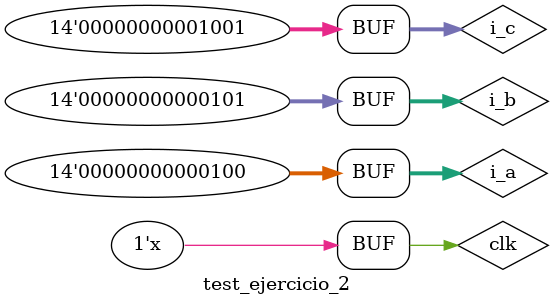
<source format=v>
`timescale 1ns / 1ps


module test_ejercicio_2;

	// Inputs
	reg [13:0] i_a;
	reg [13:0] i_b;
	reg [13:0] i_c;
	reg clk;

	// Outputs
	wire [13:0] o_1;

	// Instantiate the Unit Under Test (UUT)
	Ejercicio_2 uut (
		.i_a(i_a), 
		.i_b(i_b), 
		.i_c(i_c), 
		.o_1(o_1), 
		.clk(clk)
	);

	always #20
	clk =~clk;
	initial begin
		// Initialize Inputs
		i_a = 1;
		i_b = 4;
		i_c = 3;
		clk = 0;

		// Wait 100 ns for global reset to finish
		#100;
      
		i_a = 4;
		i_b = 5;
		i_c = 9;
		clk = 0;
		
		#100;
        		
		// Add stimulus here

	end
      
endmodule


</source>
